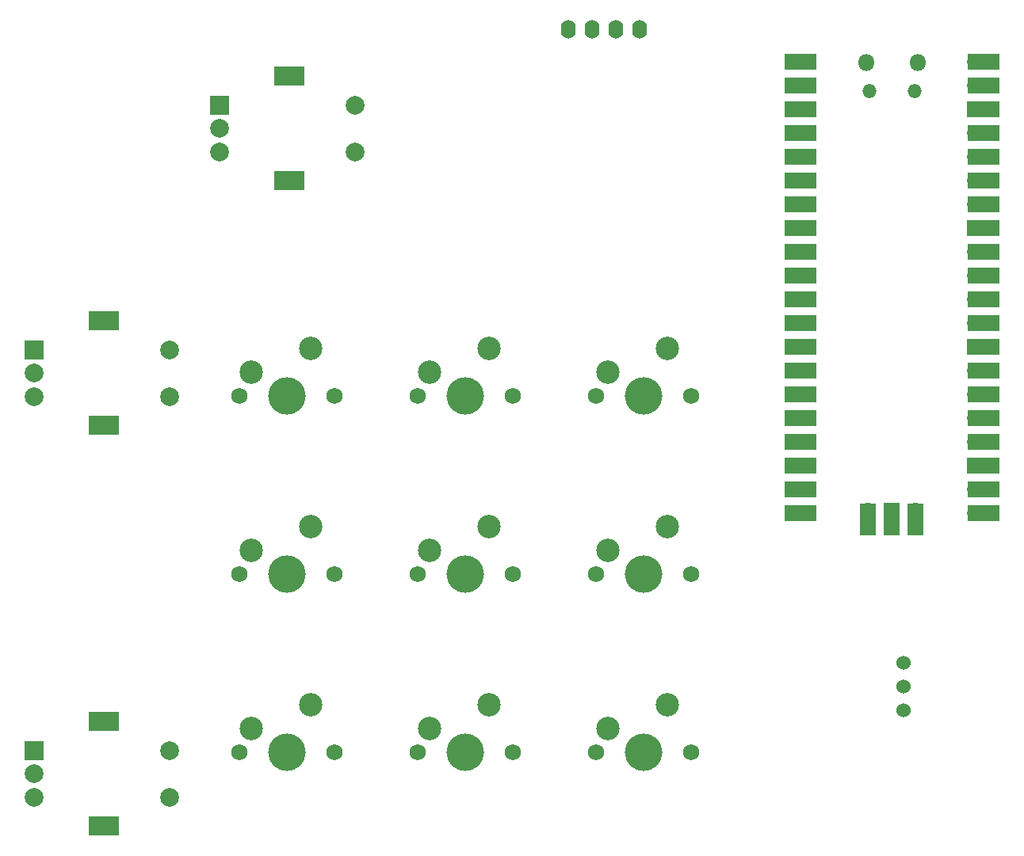
<source format=gbr>
%TF.GenerationSoftware,KiCad,Pcbnew,7.0.9*%
%TF.CreationDate,2023-12-25T15:01:07+00:00*%
%TF.ProjectId,MacroPad V2,4d616372-6f50-4616-9420-56322e6b6963,rev?*%
%TF.SameCoordinates,Original*%
%TF.FileFunction,Soldermask,Top*%
%TF.FilePolarity,Negative*%
%FSLAX46Y46*%
G04 Gerber Fmt 4.6, Leading zero omitted, Abs format (unit mm)*
G04 Created by KiCad (PCBNEW 7.0.9) date 2023-12-25 15:01:07*
%MOMM*%
%LPD*%
G01*
G04 APERTURE LIST*
%ADD10O,1.800000X1.800000*%
%ADD11O,1.500000X1.500000*%
%ADD12O,1.700000X1.700000*%
%ADD13R,3.500000X1.700000*%
%ADD14R,1.700000X1.700000*%
%ADD15R,1.700000X3.500000*%
%ADD16C,1.750000*%
%ADD17C,4.000000*%
%ADD18C,2.500000*%
%ADD19R,2.000000X2.000000*%
%ADD20C,2.000000*%
%ADD21R,3.200000X2.000000*%
%ADD22O,1.600000X2.000000*%
%ADD23C,1.524000*%
G04 APERTURE END LIST*
D10*
%TO.C,U1*%
X172347000Y-62522000D03*
D11*
X172647000Y-65552000D03*
X177497000Y-65552000D03*
D10*
X177797000Y-62522000D03*
D12*
X166182000Y-62392000D03*
D13*
X165282000Y-62392000D03*
D12*
X166182000Y-64932000D03*
D13*
X165282000Y-64932000D03*
D14*
X166182000Y-67472000D03*
D13*
X165282000Y-67472000D03*
D12*
X166182000Y-70012000D03*
D13*
X165282000Y-70012000D03*
D12*
X166182000Y-72552000D03*
D13*
X165282000Y-72552000D03*
D12*
X166182000Y-75092000D03*
D13*
X165282000Y-75092000D03*
D12*
X166182000Y-77632000D03*
D13*
X165282000Y-77632000D03*
D14*
X166182000Y-80172000D03*
D13*
X165282000Y-80172000D03*
D12*
X166182000Y-82712000D03*
D13*
X165282000Y-82712000D03*
D12*
X166182000Y-85252000D03*
D13*
X165282000Y-85252000D03*
D12*
X166182000Y-87792000D03*
D13*
X165282000Y-87792000D03*
D12*
X166182000Y-90332000D03*
D13*
X165282000Y-90332000D03*
D14*
X166182000Y-92872000D03*
D13*
X165282000Y-92872000D03*
D12*
X166182000Y-95412000D03*
D13*
X165282000Y-95412000D03*
D12*
X166182000Y-97952000D03*
D13*
X165282000Y-97952000D03*
D12*
X166182000Y-100492000D03*
D13*
X165282000Y-100492000D03*
D12*
X166182000Y-103032000D03*
D13*
X165282000Y-103032000D03*
D14*
X166182000Y-105572000D03*
D13*
X165282000Y-105572000D03*
D12*
X166182000Y-108112000D03*
D13*
X165282000Y-108112000D03*
D12*
X166182000Y-110652000D03*
D13*
X165282000Y-110652000D03*
D12*
X183962000Y-110652000D03*
D13*
X184862000Y-110652000D03*
D12*
X183962000Y-108112000D03*
D13*
X184862000Y-108112000D03*
D14*
X183962000Y-105572000D03*
D13*
X184862000Y-105572000D03*
D12*
X183962000Y-103032000D03*
D13*
X184862000Y-103032000D03*
D12*
X183962000Y-100492000D03*
D13*
X184862000Y-100492000D03*
D12*
X183962000Y-97952000D03*
D13*
X184862000Y-97952000D03*
D12*
X183962000Y-95412000D03*
D13*
X184862000Y-95412000D03*
D14*
X183962000Y-92872000D03*
D13*
X184862000Y-92872000D03*
D12*
X183962000Y-90332000D03*
D13*
X184862000Y-90332000D03*
D12*
X183962000Y-87792000D03*
D13*
X184862000Y-87792000D03*
D12*
X183962000Y-85252000D03*
D13*
X184862000Y-85252000D03*
D12*
X183962000Y-82712000D03*
D13*
X184862000Y-82712000D03*
D14*
X183962000Y-80172000D03*
D13*
X184862000Y-80172000D03*
D12*
X183962000Y-77632000D03*
D13*
X184862000Y-77632000D03*
D12*
X183962000Y-75092000D03*
D13*
X184862000Y-75092000D03*
D12*
X183962000Y-72552000D03*
D13*
X184862000Y-72552000D03*
D12*
X183962000Y-70012000D03*
D13*
X184862000Y-70012000D03*
D14*
X183962000Y-67472000D03*
D13*
X184862000Y-67472000D03*
D12*
X183962000Y-64932000D03*
D13*
X184862000Y-64932000D03*
D12*
X183962000Y-62392000D03*
D13*
X184862000Y-62392000D03*
D12*
X172532000Y-110422000D03*
D15*
X172532000Y-111322000D03*
D14*
X175072000Y-110422000D03*
D15*
X175072000Y-111322000D03*
D12*
X177612000Y-110422000D03*
D15*
X177612000Y-111322000D03*
%TD*%
D16*
%TO.C,S2*%
X124442000Y-98122000D03*
D17*
X129522000Y-98122000D03*
D16*
X134602000Y-98122000D03*
D18*
X125712000Y-95582000D03*
X132062000Y-93042000D03*
%TD*%
D19*
%TO.C,SW1*%
X83397000Y-136059500D03*
D20*
X83397000Y-141059500D03*
X83397000Y-138559500D03*
D21*
X90897000Y-132959500D03*
X90897000Y-144159500D03*
D20*
X97897000Y-141059500D03*
X97897000Y-136059500D03*
%TD*%
D16*
%TO.C,S9*%
X143492000Y-136222000D03*
D17*
X148572000Y-136222000D03*
D16*
X153652000Y-136222000D03*
D18*
X144762000Y-133682000D03*
X151112000Y-131142000D03*
%TD*%
D16*
%TO.C,S6*%
X143492000Y-117172000D03*
D17*
X148572000Y-117172000D03*
D16*
X153652000Y-117172000D03*
D18*
X144762000Y-114632000D03*
X151112000Y-112092000D03*
%TD*%
D19*
%TO.C,SW2*%
X103222000Y-67047000D03*
D20*
X103222000Y-72047000D03*
X103222000Y-69547000D03*
D21*
X110722000Y-63947000D03*
X110722000Y-75147000D03*
D20*
X117722000Y-72047000D03*
X117722000Y-67047000D03*
%TD*%
D16*
%TO.C,S4*%
X105392000Y-117172000D03*
D17*
X110472000Y-117172000D03*
D16*
X115552000Y-117172000D03*
D18*
X106662000Y-114632000D03*
X113012000Y-112092000D03*
%TD*%
D16*
%TO.C,S5*%
X124442000Y-117172000D03*
D17*
X129522000Y-117172000D03*
D16*
X134602000Y-117172000D03*
D18*
X125712000Y-114632000D03*
X132062000Y-112092000D03*
%TD*%
D16*
%TO.C,S3*%
X143492000Y-98122000D03*
D17*
X148572000Y-98122000D03*
D16*
X153652000Y-98122000D03*
D18*
X144762000Y-95582000D03*
X151112000Y-93042000D03*
%TD*%
D22*
%TO.C,Brd1*%
X140477000Y-58947000D03*
X143017000Y-58947000D03*
X145557000Y-58947000D03*
X148097000Y-58947000D03*
%TD*%
D16*
%TO.C,S8*%
X124442000Y-136222000D03*
D17*
X129522000Y-136222000D03*
D16*
X134602000Y-136222000D03*
D18*
X125712000Y-133682000D03*
X132062000Y-131142000D03*
%TD*%
D16*
%TO.C,S7*%
X105392000Y-136222000D03*
D17*
X110472000Y-136222000D03*
D16*
X115552000Y-136222000D03*
D18*
X106662000Y-133682000D03*
X113012000Y-131142000D03*
%TD*%
D23*
%TO.C,toggle1*%
X176342000Y-131777000D03*
X176342000Y-126697000D03*
X176342000Y-129237000D03*
%TD*%
D16*
%TO.C,S1*%
X105392000Y-98122000D03*
D17*
X110472000Y-98122000D03*
D16*
X115552000Y-98122000D03*
D18*
X106662000Y-95582000D03*
X113012000Y-93042000D03*
%TD*%
D19*
%TO.C,SW3*%
X83397000Y-93197000D03*
D20*
X83397000Y-98197000D03*
X83397000Y-95697000D03*
D21*
X90897000Y-90097000D03*
X90897000Y-101297000D03*
D20*
X97897000Y-98197000D03*
X97897000Y-93197000D03*
%TD*%
M02*

</source>
